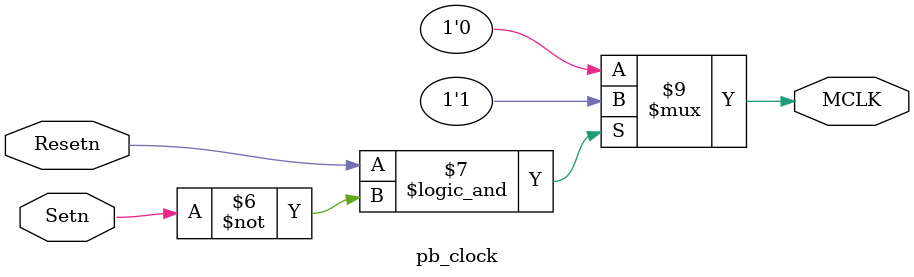
<source format=v>
module pb_clock(Resetn, Setn, MCLK);
	input Resetn, Setn;
	output reg MCLK;
	always@(*)
	begin
		if(Resetn==0 && Setn==1)MCLK=0;
		if(Resetn==1 && Setn==0)MCLK=1;
		else MCLK=0;
	end
endmodule

</source>
